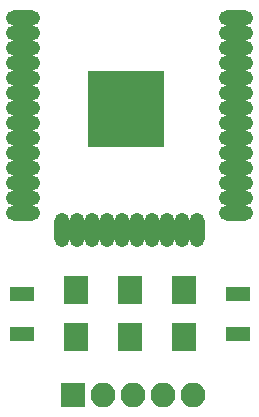
<source format=gbr>
G04 #@! TF.FileFunction,Soldermask,Top*
%FSLAX46Y46*%
G04 Gerber Fmt 4.6, Leading zero omitted, Abs format (unit mm)*
G04 Created by KiCad (PCBNEW 4.0.4-stable) date 04/19/19 18:38:00*
%MOMM*%
%LPD*%
G01*
G04 APERTURE LIST*
%ADD10C,0.100000*%
%ADD11R,2.000000X2.400000*%
%ADD12R,2.100000X2.100000*%
%ADD13O,2.100000X2.100000*%
%ADD14R,2.100000X2.400000*%
%ADD15R,2.100000X1.300000*%
%ADD16O,2.900000X1.300000*%
%ADD17O,1.300000X2.900000*%
%ADD18R,6.400000X6.400000*%
G04 APERTURE END LIST*
D10*
D11*
X112776000Y-94202000D03*
X112776000Y-90202000D03*
X117348000Y-90202000D03*
X117348000Y-94202000D03*
D12*
X107950000Y-99060000D03*
D13*
X110490000Y-99060000D03*
X113030000Y-99060000D03*
X115570000Y-99060000D03*
X118110000Y-99060000D03*
D14*
X108204000Y-90202000D03*
X108204000Y-94202000D03*
D15*
X103632000Y-93902000D03*
X103632000Y-90502000D03*
X121920000Y-93902000D03*
X121920000Y-90502000D03*
D16*
X121776000Y-67140000D03*
X121776000Y-68410000D03*
X121776000Y-69680000D03*
X121776000Y-70950000D03*
X121776000Y-72220000D03*
X121776000Y-73490000D03*
X121776000Y-74760000D03*
X121776000Y-76030000D03*
X121776000Y-77300000D03*
X121776000Y-78570000D03*
X121776000Y-79840000D03*
X121776000Y-81110000D03*
X121776000Y-82380000D03*
X121776000Y-83650000D03*
D17*
X118491000Y-85140000D03*
X117221000Y-85140000D03*
X115951000Y-85140000D03*
X114681000Y-85140000D03*
X113411000Y-85140000D03*
X112141000Y-85140000D03*
X110871000Y-85140000D03*
X109601000Y-85140000D03*
X108331000Y-85140000D03*
X107061000Y-85140000D03*
D16*
X103776000Y-83650000D03*
X103776000Y-82380000D03*
X103776000Y-81110000D03*
X103776000Y-79840000D03*
X103776000Y-78570000D03*
X103776000Y-77300000D03*
X103776000Y-76030000D03*
X103776000Y-74760000D03*
X103776000Y-73490000D03*
X103776000Y-72220000D03*
X103776000Y-70950000D03*
X103776000Y-69680000D03*
X103776000Y-68410000D03*
X103776000Y-67140000D03*
D18*
X112476000Y-74840000D03*
M02*

</source>
